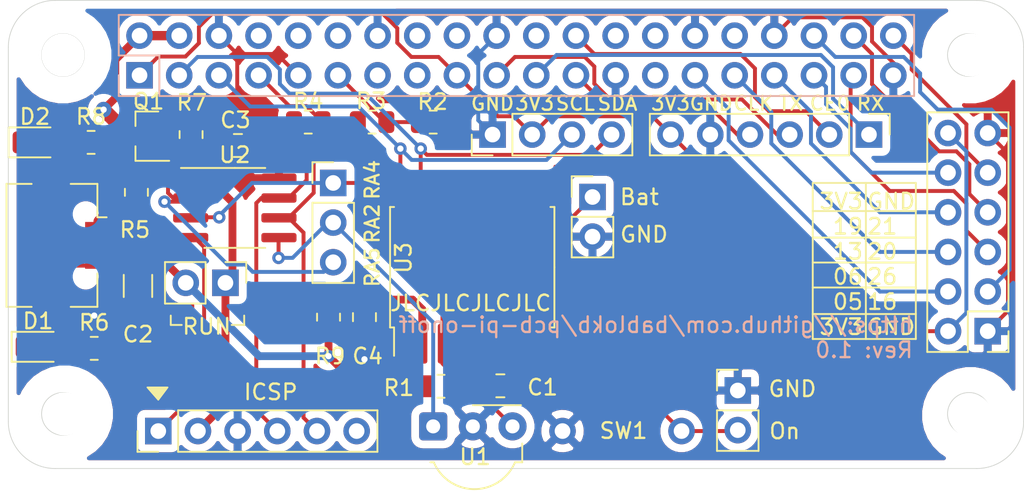
<source format=kicad_pcb>
(kicad_pcb (version 20171130) (host pcbnew 5.1.8-5.1.8)
  (title_block (title "Pi Battery Management") (date 2020-09-26) (rev 1) (company "Bernhard Bablok") (comment 1 https://github.com/bablokb/pcb-pi-batman))
  (layers (0 F.Cu signal) (31 B.Cu signal) (34 B.Paste user) (35 F.Paste user) (36 B.SilkS user) (37 F.SilkS user) (38 B.Mask user) (39 F.Mask user) (44 Edge.Cuts user))
  (net 0 "")
  (net 1 GND)
  (net 2 +3V3)
  (net 3 "/GPIO3(SCL1)")
  (net 4 +5V)
  (net 5 "/GPIO2(SDA1)")
  (net 6 "Net-(C1-Pad1)")
  (net 7 +5P)
  (net 8 +5VP)
  (net 9 /VCC)
  (net 10 "Net-(D1-Pad2)")
  (net 11 "Net-(D2-Pad2)")
  (net 12 "Net-(J3-Pad6)")
  (net 13 /CLK)
  (net 14 /DAT)
  (net 15 /MCLR)
  (net 16 "Net-(J4-Pad2)")
  (net 17 "Net-(J4-Pad3)")
  (net 18 "Net-(J4-Pad4)")
  (net 19 "Net-(J6-Pad3)")
  (net 20 /RA2)
  (net 21 /~INT)
  (net 22 /VBAT)
  (net 23 "Net-(Q1-Pad1)")
  (net 24 /~RST)
  (net 25 "Net-(U3-Pad1)")
  (net 26 "Net-(J1-Pad12)")
  (net 27 "Net-(J1-Pad32)")
  (net 28 "Net-(J1-Pad28)")
  (net 29 "Net-(J1-Pad27)")
  (net 30 "Net-(J1-Pad26)")
  (net 31 "Net-(J1-Pad22)")
  (net 32 "Net-(J1-Pad18)")
  (net 33 "Net-(J1-Pad16)")
  (net 34 "Net-(J1-Pad15)")
  (net 35 "Net-(J1-Pad13)")
  (net 36 "Net-(J1-Pad10)")
  (net 37 "Net-(J1-Pad8)")
  (net 38 /GPIO17)
  (net 39 /GPIO4)
  (net 40 "/GPIO8(SPI-CE0)")
  (net 41 "/GPIO11(SPI-CLK)")
  (net 42 "/GPIO9(SPI-RX)")
  (net 43 "/GPIO10(SPI-TX)")
  (net 44 /GPIO21)
  (net 45 /GPIO20)
  (net 46 /GPIO26)
  (net 47 /GPIO16)
  (net 48 /GPIO19)
  (net 49 /GPIO13)
  (net 50 /GPIO6)
  (net 51 /GPIO5)
  (module Capacitor_SMD:C_0805_2012Metric (layer F.Cu) (at 81.5 73.7)
    (fp_text reference C1 (at 2.7 0.1) (layer F.SilkS))
    (fp_text value 100nF)
    (pad 2 smd roundrect (at 0.95 0) (size 1 1.45) (layers F.Cu F.Paste F.Mask) (net 1 GND))
    (pad 1 smd roundrect (at -0.95 0) (size 1 1.45) (layers F.Cu F.Paste F.Mask) (net 6 "Net-(C1-Pad1)"))
  )
  (module user:SOIC-16W_7.5x10.3mm_P1.27mm_HandSolder (layer F.Cu) (at 79.7 66.1 90)
    (fp_text reference U3 (at 0.6 -4.4 90) (layer F.SilkS))
    (fp_text value DS3231M)
    (pad 16 smd roundrect (at 4.9 -4.445 90) (size 2.55 0.6) (layers F.Cu F.Paste F.Mask) (net 3 "/GPIO3(SCL1)"))
    (pad 15 smd roundrect (at 4.9 -3.175 90) (size 2.55 0.6) (layers F.Cu F.Paste F.Mask) (net 5 "/GPIO2(SDA1)"))
    (pad 14 smd roundrect (at 4.9 -1.905 90) (size 2.55 0.6) (layers F.Cu F.Paste F.Mask) (net 22 /VBAT))
    (pad 13 smd roundrect (at 4.9 -0.635 90) (size 2.55 0.6) (layers F.Cu F.Paste F.Mask) (net 1 GND))
    (pad 12 smd roundrect (at 4.9 0.635 90) (size 2.55 0.6) (layers F.Cu F.Paste F.Mask) (net 1 GND))
    (pad 11 smd roundrect (at 4.9 1.905 90) (size 2.55 0.6) (layers F.Cu F.Paste F.Mask) (net 1 GND))
    (pad 10 smd roundrect (at 4.9 3.175 90) (size 2.55 0.6) (layers F.Cu F.Paste F.Mask) (net 1 GND))
    (pad 9 smd roundrect (at 4.9 4.445 90) (size 2.55 0.6) (layers F.Cu F.Paste F.Mask) (net 1 GND))
    (pad 8 smd roundrect (at -4.9 4.445 90) (size 2.55 0.6) (layers F.Cu F.Paste F.Mask) (net 1 GND))
    (pad 7 smd roundrect (at -4.9 3.175 90) (size 2.55 0.6) (layers F.Cu F.Paste F.Mask) (net 1 GND))
    (pad 6 smd roundrect (at -4.9 1.905 90) (size 2.55 0.6) (layers F.Cu F.Paste F.Mask) (net 1 GND))
    (pad 5 smd roundrect (at -4.9 0.635 90) (size 2.55 0.6) (layers F.Cu F.Paste F.Mask) (net 1 GND))
    (pad 4 smd roundrect (at -4.9 -0.635 90) (size 2.55 0.6) (layers F.Cu F.Paste F.Mask) (net 24 /~RST))
    (pad 3 smd roundrect (at -4.9 -1.905 90) (size 2.55 0.6) (layers F.Cu F.Paste F.Mask) (net 21 /~INT))
    (pad 2 smd roundrect (at -4.9 -3.175 90) (size 2.55 0.6) (layers F.Cu F.Paste F.Mask) (net 9 /VCC))
    (pad 1 smd roundrect (at -4.9 -4.445 90) (size 2.55 0.6) (layers F.Cu F.Paste F.Mask) (net 25 "Net-(U3-Pad1)"))
  )
  (module user:SO-8_3.9x4.9mm_P1.27mm_HandSolder (layer F.Cu) (at 64.5 62.3)
    (fp_text reference U2 (at 0 -3.4) (layer F.SilkS))
    (fp_text value PIC12F1840)
    (pad 8 smd roundrect (at 2.825 -1.905) (size 2.25 0.6) (layers F.Cu F.Paste F.Mask) (net 1 GND))
    (pad 7 smd roundrect (at 2.825 -0.635) (size 2.25 0.6) (layers F.Cu F.Paste F.Mask) (net 14 /DAT))
    (pad 6 smd roundrect (at 2.825 0.635) (size 2.25 0.6) (layers F.Cu F.Paste F.Mask) (net 13 /CLK))
    (pad 5 smd roundrect (at 2.825 1.905) (size 2.25 0.6) (layers F.Cu F.Paste F.Mask) (net 20 /RA2))
    (pad 4 smd roundrect (at -2.825 1.905) (size 2.25 0.6) (layers F.Cu F.Paste F.Mask) (net 15 /MCLR))
    (pad 3 smd roundrect (at -2.825 0.635) (size 2.25 0.6) (layers F.Cu F.Paste F.Mask) (net 21 /~INT))
    (pad 2 smd roundrect (at -2.825 -0.635) (size 2.25 0.6) (layers F.Cu F.Paste F.Mask) (net 19 "Net-(J6-Pad3)"))
    (pad 1 smd roundrect (at -2.825 -1.92024) (size 2.25 0.6) (layers F.Cu F.Paste F.Mask) (net 8 +5VP))
  )
  (module Connector_PinHeader_2.54mm:PinHeader_2x06_P2.54mm_Vertical (layer F.Cu) (at 112.7 70.2 180)
    (fp_text reference J10 hide)
    (fp_text value Conn_02x06_GPIO)
    (pad 12 thru_hole oval (at 2.54 12.7 180) (size 1.7 1.7) (drill 1) (layers *.Cu *.Mask) (net 2 +3V3))
    (pad 11 thru_hole oval (at 0 12.7 180) (size 1.7 1.7) (drill 1) (layers *.Cu *.Mask) (net 1 GND))
    (pad 10 thru_hole oval (at 2.54 10.16 180) (size 1.7 1.7) (drill 1) (layers *.Cu *.Mask) (net 48 /GPIO19))
    (pad 9 thru_hole oval (at 0 10.16 180) (size 1.7 1.7) (drill 1) (layers *.Cu *.Mask) (net 44 /GPIO21))
    (pad 8 thru_hole oval (at 2.54 7.62 180) (size 1.7 1.7) (drill 1) (layers *.Cu *.Mask) (net 49 /GPIO13))
    (pad 7 thru_hole oval (at 0 7.62 180) (size 1.7 1.7) (drill 1) (layers *.Cu *.Mask) (net 45 /GPIO20))
    (pad 6 thru_hole oval (at 2.54 5.08 180) (size 1.7 1.7) (drill 1) (layers *.Cu *.Mask) (net 50 /GPIO6))
    (pad 5 thru_hole oval (at 0 5.08 180) (size 1.7 1.7) (drill 1) (layers *.Cu *.Mask) (net 46 /GPIO26))
    (pad 4 thru_hole oval (at 2.54 2.54 180) (size 1.7 1.7) (drill 1) (layers *.Cu *.Mask) (net 51 /GPIO5))
    (pad 3 thru_hole oval (at 0 2.54 180) (size 1.7 1.7) (drill 1) (layers *.Cu *.Mask) (net 47 /GPIO16))
    (pad 2 thru_hole oval (at 2.54 0 180) (size 1.7 1.7) (drill 1) (layers *.Cu *.Mask) (net 2 +3V3))
    (pad 1 thru_hole rect (at 0 0 180) (size 1.7 1.7) (drill 1) (layers *.Cu *.Mask) (net 1 GND))
  )
  (module Connector_PinHeader_2.54mm:PinHeader_1x06_P2.54mm_Vertical (layer F.Cu) (at 105.1 57.6 270)
    (fp_text reference J9 hide)
    (fp_text value Conn_01x06_SPI)
    (pad 6 thru_hole oval (at 0 12.7 270) (size 1.7 1.7) (drill 1) (layers *.Cu *.Mask) (net 2 +3V3))
    (pad 5 thru_hole oval (at 0 10.16 270) (size 1.7 1.7) (drill 1) (layers *.Cu *.Mask) (net 1 GND))
    (pad 4 thru_hole oval (at 0 7.62 270) (size 1.7 1.7) (drill 1) (layers *.Cu *.Mask) (net 41 "/GPIO11(SPI-CLK)"))
    (pad 3 thru_hole oval (at 0 5.08 270) (size 1.7 1.7) (drill 1) (layers *.Cu *.Mask) (net 43 "/GPIO10(SPI-TX)"))
    (pad 2 thru_hole oval (at 0 2.54 270) (size 1.7 1.7) (drill 1) (layers *.Cu *.Mask) (net 40 "/GPIO8(SPI-CE0)"))
    (pad 1 thru_hole rect (at 0 0 270) (size 1.7 1.7) (drill 1) (layers *.Cu *.Mask) (net 42 "/GPIO9(SPI-RX)"))
  )
  (module Connector_PinHeader_2.54mm:PinHeader_1x04_P2.54mm_Vertical (layer F.Cu) (at 81 57.6 90)
    (fp_text reference J2 hide)
    (fp_text value Conn_01x04_I2C)
    (pad 4 thru_hole oval (at 0 7.62 90) (size 1.7 1.7) (drill 1) (layers *.Cu *.Mask) (net 5 "/GPIO2(SDA1)"))
    (pad 3 thru_hole oval (at 0 5.08 90) (size 1.7 1.7) (drill 1) (layers *.Cu *.Mask) (net 3 "/GPIO3(SCL1)"))
    (pad 2 thru_hole oval (at 0 2.54 90) (size 1.7 1.7) (drill 1) (layers *.Cu *.Mask) (net 2 +3V3))
    (pad 1 thru_hole rect (at 0 0 90) (size 1.7 1.7) (drill 1) (layers *.Cu *.Mask) (net 1 GND))
  )
  (module user:USB_Micro-B_JLCPCB_40942 (layer F.Cu) (at 54.2 64.7 270)
    (fp_text reference J4 hide)
    (fp_text value USB_B_Micro)
    (pad "" np_thru_hole circle (at 1.999 -0.756 270) (size 0.65 0.65) (drill 0.65) (layers *.Cu *.Mask) (clearance 0.01))
    (pad "" np_thru_hole circle (at -1.999 -0.756 270) (size 0.65 0.65) (drill 0.65) (layers *.Cu *.Mask) (clearance 0.01))
    (pad 1 smd rect (at -1.3 -1.392 270) (size 0.4 1.35) (layers F.Cu F.Paste F.Mask) (net 7 +5P) (clearance 0.051))
    (pad 2 smd rect (at -0.65 -1.392 270) (size 0.4 1.35) (layers F.Cu F.Paste F.Mask) (net 16 "Net-(J4-Pad2)"))
    (pad 3 smd rect (at 0 -1.392 270) (size 0.4 1.35) (layers F.Cu F.Paste F.Mask) (net 17 "Net-(J4-Pad3)"))
    (pad 4 smd rect (at 0.65 -1.392 270) (size 0.4 1.35) (layers F.Cu F.Paste F.Mask) (net 18 "Net-(J4-Pad4)"))
    (pad 5 smd rect (at 1.3 -1.392 270) (size 0.4 1.35) (layers F.Cu F.Paste F.Mask) (net 1 GND) (clearance 0.051))
    (pad 6 smd rect (at -3.95 1.392 270) (size 1.9 1.9) (layers F.Cu F.Paste F.Mask) (net 1 GND))
    (pad 6 smd rect (at 3.95 1.392 270) (size 1.9 1.9) (layers F.Cu F.Paste F.Mask) (net 1 GND))
    (pad 6 smd rect (at -1.3 1.392 270) (size 1.9 1.9) (layers F.Cu F.Paste F.Mask) (net 1 GND))
    (pad 6 smd rect (at 1.3 1.392 270) (size 1.9 1.9) (layers F.Cu F.Paste F.Mask) (net 1 GND))
  )
  (module Capacitor_SMD:C_1206_3216Metric (layer F.Cu) (at 58.3 67.3 270)
    (fp_text reference C2 (at 3.1 0 180) (layer F.SilkS))
    (fp_text value 47µF)
    (pad 2 smd roundrect (at 1.475 0 270) (size 1.15 1.8) (layers F.Cu F.Paste F.Mask) (roundrect_rratio 0.217391) (net 1 GND))
    (pad 1 smd roundrect (at -1.475 0 270) (size 1.15 1.8) (layers F.Cu F.Paste F.Mask) (roundrect_rratio 0.217391) (net 7 +5P))
  )
  (module OptoDevice:Vishay_MOLD-3Pin (layer F.Cu) (at 77.2 76.3)
    (fp_text reference U1 (at 2.683 1.9574 180) (layer F.SilkS))
    (fp_text value TSOP4838)
    (pad 3 thru_hole circle (at 5.08 0) (size 1.8 1.8) (drill 0.9) (layers *.Cu *.Mask) (net 6 "Net-(C1-Pad1)"))
    (pad 2 thru_hole circle (at 2.54 0) (size 1.8 1.8) (drill 0.9) (layers *.Cu *.Mask) (net 1 GND))
    (pad 1 thru_hole roundrect (at 0 0) (size 1.8 1.8) (drill 0.9) (layers *.Cu *.Mask) (roundrect_rratio 0.138) (net 20 /RA2))
  )
  (module user:SW_PUSH_SLIM_1x4 (layer F.Cu) (at 93.1 76.6 180)
    (fp_text reference SW1 (at 3.7174 0.019) (layer F.SilkS))
    (fp_text value SW_Push)
    (pad 2 thru_hole circle (at 7.62 0 180) (size 1.7 1.7) (drill 1) (layers *.Cu *.Mask) (net 1 GND))
    (pad 1 thru_hole circle (at 0 0 180) (size 1.7 1.7) (drill 1) (layers *.Cu *.Mask) (net 21 /~INT))
  )
  (module Resistor_SMD:R_0805_2012Metric (layer F.Cu) (at 70.5 69.3 270)
    (fp_text reference R9 (at 2.5 -0.1 180) (layer F.SilkS))
    (fp_text value 10k)
    (pad 2 smd roundrect (at 0.9125 0 270) (size 1.025 1.4) (layers F.Cu F.Paste F.Mask) (roundrect_rratio 0.243902) (net 7 +5P))
    (pad 1 smd roundrect (at -0.9125 0 270) (size 1.025 1.4) (layers F.Cu F.Paste F.Mask) (roundrect_rratio 0.243902) (net 9 /VCC))
  )
  (module Resistor_SMD:R_0805_2012Metric (layer F.Cu) (at 55.3 58.1)
    (fp_text reference R8 (at 0 -1.65) (layer F.SilkS))
    (fp_text value 1k)
    (pad 2 smd roundrect (at 0.9125 0) (size 1.025 1.4) (layers F.Cu F.Paste F.Mask) (roundrect_rratio 0.243902) (net 4 +5V))
    (pad 1 smd roundrect (at -0.9125 0) (size 1.025 1.4) (layers F.Cu F.Paste F.Mask) (roundrect_rratio 0.243902) (net 11 "Net-(D2-Pad2)"))
  )
  (module Resistor_SMD:R_0805_2012Metric (layer F.Cu) (at 61.7 57.6 90)
    (fp_text reference R7 (at 2.0502 0.0474 180) (layer F.SilkS))
    (fp_text value 1k)
    (pad 2 smd roundrect (at 0.9125 0 90) (size 1.025 1.4) (layers F.Cu F.Paste F.Mask) (roundrect_rratio 0.243902) (net 19 "Net-(J6-Pad3)"))
    (pad 1 smd roundrect (at -0.9125 0 90) (size 1.025 1.4) (layers F.Cu F.Paste F.Mask) (roundrect_rratio 0.243902) (net 23 "Net-(Q1-Pad1)"))
  )
  (module Resistor_SMD:R_0805_2012Metric (layer F.Cu) (at 55.5 71.3)
    (fp_text reference R6 (at 0 -1.65) (layer F.SilkS))
    (fp_text value 1k)
    (pad 2 smd roundrect (at 0.9125 0) (size 1.025 1.4) (layers F.Cu F.Paste F.Mask) (roundrect_rratio 0.243902) (net 7 +5P))
    (pad 1 smd roundrect (at -0.9125 0) (size 1.025 1.4) (layers F.Cu F.Paste F.Mask) (roundrect_rratio 0.243902) (net 10 "Net-(D1-Pad2)"))
  )
  (module Resistor_SMD:R_0805_2012Metric (layer F.Cu) (at 58.2 61.3 270)
    (fp_text reference R5 (at 2.4 0.1 180) (layer F.SilkS))
    (fp_text value 10k)
    (pad 2 smd roundrect (at 0.9125 0 270) (size 1.025 1.4) (layers F.Cu F.Paste F.Mask) (roundrect_rratio 0.243902) (net 23 "Net-(Q1-Pad1)"))
    (pad 1 smd roundrect (at -0.9125 0 270) (size 1.025 1.4) (layers F.Cu F.Paste F.Mask) (roundrect_rratio 0.243902) (net 7 +5P))
  )
  (module Resistor_SMD:R_0805_2012Metric (layer F.Cu) (at 69.2 56.8)
    (fp_text reference R4 (at 0 -1.3264) (layer F.SilkS))
    (fp_text value 1k)
    (pad 2 smd roundrect (at 0.9125 0) (size 1.025 1.4) (layers F.Cu F.Paste F.Mask) (roundrect_rratio 0.243902) (net 39 /GPIO4))
    (pad 1 smd roundrect (at -0.9125 0) (size 1.025 1.4) (layers F.Cu F.Paste F.Mask) (roundrect_rratio 0.243902) (net 14 /DAT))
  )
  (module Resistor_SMD:R_0805_2012Metric (layer F.Cu) (at 73.2875 56.8)
    (fp_text reference R3 (at -0.0593 -1.3518) (layer F.SilkS))
    (fp_text value 6.2k)
    (pad 2 smd roundrect (at 0.9125 0) (size 1.025 1.4) (layers F.Cu F.Paste F.Mask) (roundrect_rratio 0.243902) (net 38 /GPIO17))
    (pad 1 smd roundrect (at -0.9125 0) (size 1.025 1.4) (layers F.Cu F.Paste F.Mask) (roundrect_rratio 0.243902) (net 13 /CLK))
  )
  (module Resistor_SMD:R_0805_2012Metric (layer F.Cu) (at 77.2 56.8)
    (fp_text reference R2 (at -0.0348 -1.301) (layer F.SilkS))
    (fp_text value 12k)
    (pad 2 smd roundrect (at 0.9125 0) (size 1.025 1.4) (layers F.Cu F.Paste F.Mask) (roundrect_rratio 0.243902) (net 1 GND))
    (pad 1 smd roundrect (at -0.9125 0) (size 1.025 1.4) (layers F.Cu F.Paste F.Mask) (roundrect_rratio 0.243902) (net 38 /GPIO17))
  )
  (module Resistor_SMD:R_0805_2012Metric (layer F.Cu) (at 77.7 73.73)
    (fp_text reference R1 (at -2.7 0.1) (layer F.SilkS))
    (fp_text value 100)
    (pad 2 smd roundrect (at 0.9125 0) (size 1.025 1.4) (layers F.Cu F.Paste F.Mask) (roundrect_rratio 0.243902) (net 6 "Net-(C1-Pad1)"))
    (pad 1 smd roundrect (at -0.9125 0) (size 1.025 1.4) (layers F.Cu F.Paste F.Mask) (roundrect_rratio 0.243902) (net 7 +5P))
  )
  (module Package_TO_SOT_SMD:SOT-23 (layer F.Cu) (at 58.9 57.7 180)
    (fp_text reference Q1 (at -0.0788 2.2264) (layer F.SilkS))
    (fp_text value AO3401A)
    (pad 3 smd rect (at 1 0 180) (size 0.9 0.8) (layers F.Cu F.Paste F.Mask) (net 4 +5V))
    (pad 2 smd rect (at -1 0.95 180) (size 0.9 0.8) (layers F.Cu F.Paste F.Mask) (net 7 +5P))
    (pad 1 smd rect (at -1 -0.95 180) (size 0.9 0.8) (layers F.Cu F.Paste F.Mask) (net 23 "Net-(Q1-Pad1)"))
  )
  (module Connector_PinHeader_2.54mm:PinHeader_1x02_P2.54mm_Vertical (layer F.Cu) (at 87.4 61.6)
    (fp_text reference J8 hide)
    (fp_text value Conn_01x02_Bat)
    (pad 2 thru_hole oval (at 0 2.54) (size 1.7 1.7) (drill 1) (layers *.Cu *.Mask) (net 1 GND))
    (pad 1 thru_hole rect (at 0 0) (size 1.7 1.7) (drill 1) (layers *.Cu *.Mask) (net 22 /VBAT))
  )
  (module Connector_PinHeader_2.54mm:PinHeader_1x02_P2.54mm_Vertical (layer F.Cu) (at 96.7 74)
    (fp_text reference J7 hide)
    (fp_text value Conn_SW1)
    (pad 2 thru_hole oval (at 0 2.54) (size 1.7 1.7) (drill 1) (layers *.Cu *.Mask) (net 21 /~INT))
    (pad 1 thru_hole rect (at 0 0) (size 1.7 1.7) (drill 1) (layers *.Cu *.Mask) (net 1 GND))
  )
  (module Connector_PinHeader_2.54mm:PinHeader_1x03_P2.54mm_Vertical (layer F.Cu) (at 70.8 60.7)
    (fp_text reference J6 hide)
    (fp_text value Conn_01x03_Male)
    (pad 3 thru_hole oval (at 0 5.08) (size 1.7 1.7) (drill 1) (layers *.Cu *.Mask) (net 19 "Net-(J6-Pad3)"))
    (pad 2 thru_hole oval (at 0 2.54) (size 1.7 1.7) (drill 1) (layers *.Cu *.Mask) (net 20 /RA2))
    (pad 1 thru_hole rect (at 0 0) (size 1.7 1.7) (drill 1) (layers *.Cu *.Mask) (net 21 /~INT))
  )
  (module Connector_PinHeader_2.54mm:PinHeader_1x02_P2.54mm_Vertical (layer F.Cu) (at 63.9 67.1 270)
    (fp_text reference J5 hide)
    (fp_text value RUN/~PGM~)
    (pad 2 thru_hole oval (at 0 2.54 270) (size 1.7 1.7) (drill 1) (layers *.Cu *.Mask) (net 7 +5P))
    (pad 1 thru_hole rect (at 0 0 270) (size 1.7 1.7) (drill 1) (layers *.Cu *.Mask) (net 8 +5VP))
  )
  (module Connector_PinHeader_2.54mm:PinHeader_1x06_P2.54mm_Vertical (layer F.Cu) (at 59.6 76.6 90)
    (fp_text reference J3 hide)
    (fp_text value Conn_01x06_Male)
    (pad 6 thru_hole oval (at 0 12.7 90) (size 1.7 1.7) (drill 1) (layers *.Cu *.Mask) (net 12 "Net-(J3-Pad6)"))
    (pad 5 thru_hole oval (at 0 10.16 90) (size 1.7 1.7) (drill 1) (layers *.Cu *.Mask) (net 13 /CLK))
    (pad 4 thru_hole oval (at 0 7.62 90) (size 1.7 1.7) (drill 1) (layers *.Cu *.Mask) (net 14 /DAT))
    (pad 3 thru_hole oval (at 0 5.08 90) (size 1.7 1.7) (drill 1) (layers *.Cu *.Mask) (net 1 GND))
    (pad 2 thru_hole oval (at 0 2.54 90) (size 1.7 1.7) (drill 1) (layers *.Cu *.Mask) (net 8 +5VP))
    (pad 1 thru_hole rect (at 0 0 90) (size 1.7 1.7) (drill 1) (layers *.Cu *.Mask) (net 15 /MCLR))
  )
  (module LED_SMD:LED_0805_2012Metric (layer F.Cu) (at 51.7 58.1)
    (fp_text reference D2 (at 0 -1.65) (layer F.SilkS))
    (fp_text value "LED grün")
    (pad 2 smd roundrect (at 0.9375 0) (size 0.975 1.4) (layers F.Cu F.Paste F.Mask) (net 11 "Net-(D2-Pad2)"))
    (pad 1 smd roundrect (at -0.9375 0) (size 0.975 1.4) (layers F.Cu F.Paste F.Mask) (net 1 GND))
  )
  (module LED_SMD:LED_0805_2012Metric (layer F.Cu) (at 51.9 71.2)
    (fp_text reference D1 (at 0 -1.65) (layer F.SilkS))
    (fp_text value "LED Red")
    (pad 2 smd roundrect (at 0.9375 0) (size 0.975 1.4) (layers F.Cu F.Paste F.Mask) (net 10 "Net-(D1-Pad2)"))
    (pad 1 smd roundrect (at -0.9375 0) (size 0.975 1.4) (layers F.Cu F.Paste F.Mask) (net 1 GND))
  )
  (module Capacitor_SMD:C_0805_2012Metric (layer F.Cu) (at 72.8 69.3 270)
    (fp_text reference C4 (at 2.5 -0.2 180) (layer F.SilkS))
    (fp_text value 100nF)
    (pad 2 smd roundrect (at 0.95 0 270) (size 1 1.45) (layers F.Cu F.Paste F.Mask) (net 1 GND))
    (pad 1 smd roundrect (at -0.95 0 270) (size 1 1.45) (layers F.Cu F.Paste F.Mask) (net 9 /VCC))
  )
  (module Capacitor_SMD:C_0805_2012Metric (layer F.Cu) (at 64.7 58.3 180)
    (fp_text reference C3 (at 0.1586 1.6326) (layer F.SilkS))
    (fp_text value 100nF)
    (pad 2 smd roundrect (at 0.95 0 180) (size 1 1.45) (layers F.Cu F.Paste F.Mask) (net 8 +5VP))
    (pad 1 smd roundrect (at -0.95 0 180) (size 1 1.45) (layers F.Cu F.Paste F.Mask) (net 1 GND))
  )
  (module Connector_PinSocket_2.54mm:PinSocket_2x20_P2.54mm_Vertical (layer B.Cu) (at 58.4 53.8 270)
    (fp_text reference J1 hide)
    (fp_text value Conn_02x20_Odd_Even)
    (pad 40 thru_hole oval (at -2.54 -48.26 270) (size 1.7 1.7) (drill 1) (layers *.Cu *.Mask) (net 44 /GPIO21))
    (pad 39 thru_hole oval (at 0 -48.26 270) (size 1.7 1.7) (drill 1) (layers *.Cu *.Mask) (net 1 GND))
    (pad 38 thru_hole oval (at -2.54 -45.72 270) (size 1.7 1.7) (drill 1) (layers *.Cu *.Mask) (net 45 /GPIO20))
    (pad 37 thru_hole oval (at 0 -45.72 270) (size 1.7 1.7) (drill 1) (layers *.Cu *.Mask) (net 46 /GPIO26))
    (pad 36 thru_hole oval (at -2.54 -43.18 270) (size 1.7 1.7) (drill 1) (layers *.Cu *.Mask) (net 47 /GPIO16))
    (pad 35 thru_hole oval (at 0 -43.18 270) (size 1.7 1.7) (drill 1) (layers *.Cu *.Mask) (net 48 /GPIO19))
    (pad 34 thru_hole oval (at -2.54 -40.64 270) (size 1.7 1.7) (drill 1) (layers *.Cu *.Mask) (net 1 GND))
    (pad 33 thru_hole oval (at 0 -40.64 270) (size 1.7 1.7) (drill 1) (layers *.Cu *.Mask) (net 49 /GPIO13))
    (pad 32 thru_hole oval (at -2.54 -38.1 270) (size 1.7 1.7) (drill 1) (layers *.Cu *.Mask) (net 27 "Net-(J1-Pad32)"))
    (pad 31 thru_hole oval (at 0 -38.1 270) (size 1.7 1.7) (drill 1) (layers *.Cu *.Mask) (net 50 /GPIO6))
    (pad 30 thru_hole oval (at -2.54 -35.56 270) (size 1.7 1.7) (drill 1) (layers *.Cu *.Mask) (net 1 GND))
    (pad 29 thru_hole oval (at 0 -35.56 270) (size 1.7 1.7) (drill 1) (layers *.Cu *.Mask) (net 51 /GPIO5))
    (pad 28 thru_hole oval (at -2.54 -33.02 270) (size 1.7 1.7) (drill 1) (layers *.Cu *.Mask) (net 28 "Net-(J1-Pad28)"))
    (pad 27 thru_hole oval (at 0 -33.02 270) (size 1.7 1.7) (drill 1) (layers *.Cu *.Mask) (net 29 "Net-(J1-Pad27)"))
    (pad 26 thru_hole oval (at -2.54 -30.48 270) (size 1.7 1.7) (drill 1) (layers *.Cu *.Mask) (net 30 "Net-(J1-Pad26)"))
    (pad 25 thru_hole oval (at 0 -30.48 270) (size 1.7 1.7) (drill 1) (layers *.Cu *.Mask) (net 1 GND))
    (pad 24 thru_hole oval (at -2.54 -27.94 270) (size 1.7 1.7) (drill 1) (layers *.Cu *.Mask) (net 40 "/GPIO8(SPI-CE0)"))
    (pad 23 thru_hole oval (at 0 -27.94 270) (size 1.7 1.7) (drill 1) (layers *.Cu *.Mask) (net 41 "/GPIO11(SPI-CLK)"))
    (pad 22 thru_hole oval (at -2.54 -25.4 270) (size 1.7 1.7) (drill 1) (layers *.Cu *.Mask) (net 31 "Net-(J1-Pad22)"))
    (pad 21 thru_hole oval (at 0 -25.4 270) (size 1.7 1.7) (drill 1) (layers *.Cu *.Mask) (net 42 "/GPIO9(SPI-RX)"))
    (pad 20 thru_hole oval (at -2.54 -22.86 270) (size 1.7 1.7) (drill 1) (layers *.Cu *.Mask) (net 1 GND))
    (pad 19 thru_hole oval (at 0 -22.86 270) (size 1.7 1.7) (drill 1) (layers *.Cu *.Mask) (net 43 "/GPIO10(SPI-TX)"))
    (pad 18 thru_hole oval (at -2.54 -20.32 270) (size 1.7 1.7) (drill 1) (layers *.Cu *.Mask) (net 32 "Net-(J1-Pad18)"))
    (pad 17 thru_hole oval (at 0 -20.32 270) (size 1.7 1.7) (drill 1) (layers *.Cu *.Mask) (net 2 +3V3))
    (pad 16 thru_hole oval (at -2.54 -17.78 270) (size 1.7 1.7) (drill 1) (layers *.Cu *.Mask) (net 33 "Net-(J1-Pad16)"))
    (pad 15 thru_hole oval (at 0 -17.78 270) (size 1.7 1.7) (drill 1) (layers *.Cu *.Mask) (net 34 "Net-(J1-Pad15)"))
    (pad 14 thru_hole oval (at -2.54 -15.24 270) (size 1.7 1.7) (drill 1) (layers *.Cu *.Mask) (net 1 GND))
    (pad 13 thru_hole oval (at 0 -15.24 270) (size 1.7 1.7) (drill 1) (layers *.Cu *.Mask) (net 35 "Net-(J1-Pad13)"))
    (pad 12 thru_hole oval (at -2.54 -12.7 270) (size 1.7 1.7) (drill 1) (layers *.Cu *.Mask) (net 26 "Net-(J1-Pad12)"))
    (pad 11 thru_hole oval (at 0 -12.7 270) (size 1.7 1.7) (drill 1) (layers *.Cu *.Mask) (net 38 /GPIO17))
    (pad 10 thru_hole oval (at -2.54 -10.16 270) (size 1.7 1.7) (drill 1) (layers *.Cu *.Mask) (net 36 "Net-(J1-Pad10)"))
    (pad 9 thru_hole oval (at 0 -10.16 270) (size 1.7 1.7) (drill 1) (layers *.Cu *.Mask) (net 1 GND))
    (pad 8 thru_hole oval (at -2.54 -7.62 270) (size 1.7 1.7) (drill 1) (layers *.Cu *.Mask) (net 37 "Net-(J1-Pad8)"))
    (pad 7 thru_hole oval (at 0 -7.62 270) (size 1.7 1.7) (drill 1) (layers *.Cu *.Mask) (net 39 /GPIO4))
    (pad 6 thru_hole oval (at -2.54 -5.08 270) (size 1.7 1.7) (drill 1) (layers *.Cu *.Mask) (net 1 GND))
    (pad 5 thru_hole oval (at 0 -5.08 270) (size 1.7 1.7) (drill 1) (layers *.Cu *.Mask) (net 3 "/GPIO3(SCL1)"))
    (pad 4 thru_hole oval (at -2.54 -2.54 270) (size 1.7 1.7) (drill 1) (layers *.Cu *.Mask) (net 4 +5V))
    (pad 3 thru_hole oval (at 0 -2.54 270) (size 1.7 1.7) (drill 1) (layers *.Cu *.Mask) (net 5 "/GPIO2(SDA1)"))
    (pad 2 thru_hole oval (at -2.54 0 270) (size 1.7 1.7) (drill 1) (layers *.Cu *.Mask) (net 4 +5V))
    (pad 1 thru_hole rect (at 0 0 270) (size 1.7 1.7) (drill 1) (layers *.Cu *.Mask) (net 2 +3V3))
  )
  (module RPi_Hat:RPi_Hat_Mounting_Hole (layer F.Cu) (at 53.5 52.5)
    (fp_text reference "" hide)
    (fp_text value "" hide)
    (pad "" np_thru_hole circle (at 0 0) (size 2.75 2.75) (drill 2.75) (layers *.Cu *.Mask) (clearance 1.725))
  )
  (module RPi_Hat:RPi_Hat_Mounting_Hole (layer F.Cu) (at 53.6 75.5)
    (fp_text reference "" hide)
    (fp_text value "" hide)
    (pad "" np_thru_hole circle (at 0 0) (size 2.75 2.75) (drill 2.75) (layers *.Cu *.Mask) (clearance 1.725))
  )
  (module RPi_Hat:RPi_Hat_Mounting_Hole (layer F.Cu) (at 111.6 75.6)
    (fp_text reference "" hide)
    (fp_text value "" hide)
    (pad "" np_thru_hole circle (at 0 0) (size 2.75 2.75) (drill 2.75) (layers *.Cu *.Mask) (clearance 1.725))
  )
  (module RPi_Hat:RPi_Hat_Mounting_Hole (layer F.Cu) (at 111.6 52.5)
    (fp_text reference "" hide)
    (fp_text value "" hide)
    (pad "" np_thru_hole circle (at 0 0) (size 2.75 2.75) (drill 2.75) (layers *.Cu *.Mask) (clearance 1.725))
  )
  (gr_line (start 101.5 69.1) (end 108.1 69.1) (layer F.SilkS) (width 0.12))
  (gr_line (start 101.5 67.4) (end 108.1 67.4) (layer F.SilkS) (width 0.12))
  (gr_line (start 101.5 65.8) (end 108.1 65.8) (layer F.SilkS) (width 0.12))
  (gr_line (start 101.5 64.2) (end 108.1 64.2) (layer F.SilkS) (width 0.12))
  (gr_line (start 101.5 62.5) (end 108.1 62.5) (layer F.SilkS) (width 0.12))
  (gr_line (start 104.9 60.7) (end 104.9 70.7) (layer F.SilkS) (width 0.12))
  (gr_line (start 101.5 70.7) (end 101.5 60.7) (layer F.SilkS) (width 0.12))
  (gr_line (start 108.1 70.7) (end 101.5 70.7) (layer F.SilkS) (width 0.12))
  (gr_line (start 108.1 60.7) (end 108.1 70.7) (layer F.SilkS) (width 0.12))
  (gr_line (start 101.5 60.7) (end 108.1 60.7) (layer F.SilkS) (width 0.12))
  (gr_text "GND\n21\n20\n26\n16\nGND" (at 104.9 65.9) (layer F.SilkS) (effects (font (size 1 1)) (justify left)))
  (gr_text "3V3\n19\n13\n06\n05\n3V3" (at 104.8 65.9) (layer F.SilkS) (effects (font (size 1 1)) (justify right)))
  (gr_text CE0 (at 102.6 55.6) (layer F.SilkS) (effects (font (size 0.9 0.9))))
  (gr_text RX (at 105.2 55.6) (layer F.SilkS) (effects (font (size 0.9 0.9))))
  (gr_text TX (at 100.1 55.6) (layer F.SilkS) (effects (font (size 0.9 0.9))))
  (gr_text CLK (at 97.7 55.6) (layer F.SilkS) (effects (font (size 0.9 0.9))))
  (gr_text GND (at 95 55.6) (layer F.SilkS) (effects (font (size 0.9 0.9))))
  (gr_text 3V3 (at 92.4 55.6) (layer F.SilkS) (effects (font (size 0.9 0.9))))
  (gr_text SDA (at 89 55.6) (layer F.SilkS) (effects (font (size 0.9 0.9))))
  (gr_text SCL (at 86.3 55.6) (layer F.SilkS) (effects (font (size 0.9 0.9))))
  (gr_text 3V3 (at 83.7 55.6) (layer F.SilkS) (effects (font (size 0.9 0.9))))
  (gr_text GND (at 81 55.6) (layer F.SilkS) (effects (font (size 0.9 0.9))))
  (gr_text "https://github.com/bablokb/pcb-pi-onoff\nRev: 1.0" (at 108 70.6) (layer B.SilkS) (effects (font (size 1 1)) (justify left mirror)))
  (gr_text RA5 (at 73.3 66.1 90) (layer F.SilkS) (effects (font (size 0.9 0.9))))
  (gr_text RA2 (at 73.3 63.3 90) (layer F.SilkS) (effects (font (size 0.9 0.9))))
  (gr_text RA4 (at 73.3 60.5 90) (layer F.SilkS) (effects (font (size 0.9 0.9))))
  (gr_text GND (at 90.7 64) (layer F.SilkS) (effects (font (size 1 1))))
  (gr_text Bat (at 90.4 61.6) (layer F.SilkS) (effects (font (size 1 1))))
  (gr_text GND (at 100.2 73.9) (layer F.SilkS) (effects (font (size 1 1))))
  (gr_text On (at 99.7 76.6) (layer F.SilkS) (effects (font (size 1 1))))
  (gr_line (start 65.1 69.8) (end 65.1 69.2) (layer F.SilkS) (width 0.12))
  (gr_line (start 64.3 69.8) (end 65.1 69.8) (layer F.SilkS) (width 0.12))
  (gr_line (start 60.4 69.8) (end 60.4 69.2) (layer F.SilkS) (width 0.12))
  (gr_line (start 61.1 69.8) (end 60.4 69.8) (layer F.SilkS) (width 0.12))
  (gr_text RUN (at 62.7 69.9) (layer F.SilkS) (effects (font (size 1 1))))
  (gr_text ICSP (at 66.8 74.1) (layer F.SilkS) (effects (font (size 1 1))))
  (gr_poly (pts (xy 59.6 74.6) (xy 58.9 73.8) (xy 60.2 73.8)) (layer F.SilkS) (width 0.1))
  (gr_text JLCJLCJLCJLC (at 79.6 68.4) (layer F.SilkS) (effects (font (size 1 1))))
  (gr_circle (center 111.5 75.5) (end 111.47 76.87) (layer Edge.Cuts) (width 0.05))
  (gr_circle (center 111.5 52.5) (end 111.47 53.87) (layer Edge.Cuts) (width 0.05))
  (gr_circle (center 53.5 75.5) (end 53.47 76.87) (layer Edge.Cuts) (width 0.05))
  (gr_circle (center 53.5 52.5) (end 53.47 53.87) (layer Edge.Cuts) (width 0.05))
  (gr_arc (start 112 52) (end 115 52) (angle -90) (layer Edge.Cuts) (width 0.05))
  (gr_arc (start 112 76) (end 112 79) (angle -90) (layer Edge.Cuts) (width 0.05))
  (gr_arc (start 53 76) (end 50 76) (angle -90) (layer Edge.Cuts) (width 0.05))
  (gr_arc (start 53 52) (end 53 49) (angle -90) (layer Edge.Cuts) (width 0.05))
  (gr_line (start 50 76) (end 50 52) (layer Edge.Cuts) (width 0.05))
  (gr_line (start 112 79) (end 53 79) (layer Edge.Cuts) (width 0.05))
  (gr_line (start 115 52) (end 115 76) (layer Edge.Cuts) (width 0.05))
  (gr_line (start 53 49) (end 112 49) (layer Edge.Cuts) (width 0.05))
  (via (at 72.8 72) (size 0.8) (drill 0.4) (layers F.Cu B.Cu) (net 1))
  (segment (start 72.8 70.25) (end 72.8 72) (width 0.25) (layer F.Cu) (net 1))
  (via (at 55.5 69.2) (size 0.8) (drill 0.4) (layers F.Cu B.Cu) (net 1))
  (segment (start 64.655001 52.435001) (end 64.655001 55.444999) (width 0.25) (layer F.Cu) (net 1))
  (segment (start 63.48 51.26) (end 64.655001 52.435001) (width 0.25) (layer F.Cu) (net 1))
  (segment (start 67.195001 52.435001) (end 68.56 53.8) (width 0.25) (layer F.Cu) (net 1))
  (segment (start 64.655001 52.435001) (end 67.195001 52.435001) (width 0.25) (layer F.Cu) (net 1))
  (segment (start 55.592 66) (end 52.808 66) (width 0.25) (layer F.Cu) (net 1))
  (segment (start 80.084999 56.684999) (end 81 57.6) (width 0.25) (layer B.Cu) (net 1))
  (segment (start 80.084999 52.435001) (end 80.084999 56.684999) (width 0.25) (layer B.Cu) (net 1))
  (segment (start 81.26 51.26) (end 80.084999 52.435001) (width 0.25) (layer B.Cu) (net 1))
  (segment (start 114 68.9) (end 112.7 70.2) (width 0.25) (layer F.Cu) (net 1))
  (segment (start 114 58.8) (end 114 68.9) (width 0.25) (layer F.Cu) (net 1))
  (segment (start 112.7 57.5) (end 114 58.8) (width 0.25) (layer F.Cu) (net 1))
  (segment (start 104.684001 50.084999) (end 100.215001 50.084999) (width 0.25) (layer F.Cu) (net 1))
  (segment (start 100.215001 50.084999) (end 99.04 51.26) (width 0.25) (layer F.Cu) (net 1))
  (segment (start 105.295001 50.695999) (end 104.684001 50.084999) (width 0.25) (layer F.Cu) (net 1))
  (segment (start 105.295001 51.634003) (end 105.295001 50.695999) (width 0.25) (layer F.Cu) (net 1))
  (segment (start 106.66 52.999002) (end 105.295001 51.634003) (width 0.25) (layer F.Cu) (net 1))
  (segment (start 106.66 53.8) (end 106.66 52.999002) (width 0.25) (layer F.Cu) (net 1))
  (segment (start 59.6 52.6) (end 58.4 53.8) (width 0.25) (layer F.Cu) (net 2))
  (segment (start 62.2 50.7) (end 62.2 51.739002) (width 0.25) (layer F.Cu) (net 2))
  (segment (start 63.2 49.7) (end 62.2 50.7) (width 0.25) (layer F.Cu) (net 2))
  (segment (start 73.819002 49.7) (end 63.2 49.7) (width 0.25) (layer F.Cu) (net 2))
  (segment (start 74.9 50.780998) (end 73.819002 49.7) (width 0.25) (layer F.Cu) (net 2))
  (segment (start 74.9 51.719002) (end 74.9 50.780998) (width 0.25) (layer F.Cu) (net 2))
  (segment (start 75.805997 52.624999) (end 74.9 51.719002) (width 0.25) (layer F.Cu) (net 2))
  (segment (start 62.2 51.739002) (end 61.339002 52.6) (width 0.25) (layer F.Cu) (net 2))
  (segment (start 77.544999 52.624999) (end 75.805997 52.624999) (width 0.25) (layer F.Cu) (net 2))
  (segment (start 61.339002 52.6) (end 59.6 52.6) (width 0.25) (layer F.Cu) (net 2))
  (segment (start 78.72 53.8) (end 77.544999 52.624999) (width 0.25) (layer F.Cu) (net 2))
  (segment (start 81.344999 56.424999) (end 78.72 53.8) (width 0.25) (layer F.Cu) (net 2))
  (segment (start 82.364999 56.424999) (end 81.344999 56.424999) (width 0.25) (layer F.Cu) (net 2))
  (segment (start 83.54 57.6) (end 82.364999 56.424999) (width 0.25) (layer F.Cu) (net 2))
  (segment (start 91.224999 56.424999) (end 92.4 57.6) (width 0.25) (layer F.Cu) (net 2))
  (segment (start 84.715001 56.424999) (end 91.224999 56.424999) (width 0.25) (layer F.Cu) (net 2))
  (segment (start 83.54 57.6) (end 84.715001 56.424999) (width 0.25) (layer F.Cu) (net 2))
  (segment (start 105 70.2) (end 110.16 70.2) (width 0.25) (layer F.Cu) (net 2))
  (segment (start 92.4 57.6) (end 105 70.2) (width 0.25) (layer F.Cu) (net 2))
  (segment (start 111.335001 58.675001) (end 110.16 57.5) (width 0.25) (layer B.Cu) (net 2))
  (segment (start 111.335001 69.024999) (end 111.335001 58.675001) (width 0.25) (layer B.Cu) (net 2))
  (segment (start 110.16 70.2) (end 111.335001 69.024999) (width 0.25) (layer B.Cu) (net 2))
  (segment (start 63.48 53.8) (end 65.48 55.8) (width 0.25) (layer B.Cu) (net 3))
  (via (at 75.1 58.5) (size 0.8) (drill 0.4) (layers F.Cu B.Cu) (net 3))
  (segment (start 72.4 55.8) (end 75.1 58.5) (width 0.25) (layer B.Cu) (net 3))
  (segment (start 65.48 55.8) (end 72.4 55.8) (width 0.25) (layer B.Cu) (net 3))
  (segment (start 75.1 60.895) (end 75.255 61.05) (width 0.25) (layer F.Cu) (net 3))
  (segment (start 75.1 58.5) (end 75.1 60.895) (width 0.25) (layer F.Cu) (net 3))
  (segment (start 84.454999 59.225001) (end 86.08 57.6) (width 0.25) (layer B.Cu) (net 3))
  (segment (start 75.825001 59.225001) (end 84.454999 59.225001) (width 0.25) (layer B.Cu) (net 3))
  (segment (start 75.1 58.5) (end 75.825001 59.225001) (width 0.25) (layer B.Cu) (net 3))
  (segment (start 58.4 51.26) (end 60.94 51.26) (width 0.6) (layer F.Cu) (net 4))
  (via (at 56.1 56) (size 1) (drill 0.4) (layers F.Cu B.Cu) (net 4))
  (segment (start 56.1 56) (end 56.2 56) (width 0.5) (layer F.Cu) (net 4))
  (segment (start 57.5 58.1) (end 57.9 57.7) (width 0.25) (layer F.Cu) (net 4))
  (segment (start 56.2125 58.1) (end 57.5 58.1) (width 0.25) (layer F.Cu) (net 4))
  (segment (start 57.8 57.7) (end 56.1 56) (width 0.9) (layer F.Cu) (net 4))
  (segment (start 57.9 57.7) (end 57.8 57.7) (width 0.9) (layer F.Cu) (net 4))
  (segment (start 56.850001 52.809999) (end 58.4 51.26) (width 0.5) (layer F.Cu) (net 4))
  (segment (start 56.850001 55.249999) (end 56.850001 52.809999) (width 0.5) (layer F.Cu) (net 4))
  (segment (start 56.1 56) (end 56.850001 55.249999) (width 0.5) (layer F.Cu) (net 4))
  (via (at 76.4 58.5) (size 0.8) (drill 0.4) (layers F.Cu B.Cu) (net 5))
  (segment (start 72.875001 54.975001) (end 76.4 58.5) (width 0.25) (layer B.Cu) (net 5))
  (segment (start 67.995999 54.975001) (end 72.875001 54.975001) (width 0.25) (layer B.Cu) (net 5))
  (segment (start 67.384999 54.364001) (end 67.995999 54.975001) (width 0.25) (layer B.Cu) (net 5))
  (segment (start 67.384999 53.425997) (end 67.384999 54.364001) (width 0.25) (layer B.Cu) (net 5))
  (segment (start 66.584001 52.624999) (end 67.384999 53.425997) (width 0.25) (layer B.Cu) (net 5))
  (segment (start 62.115001 52.624999) (end 66.584001 52.624999) (width 0.25) (layer B.Cu) (net 5))
  (segment (start 60.94 53.8) (end 62.115001 52.624999) (width 0.25) (layer B.Cu) (net 5))
  (segment (start 76.4 60.925) (end 76.525 61.05) (width 0.25) (layer F.Cu) (net 5))
  (segment (start 76.4 58.5) (end 76.4 60.925) (width 0.25) (layer F.Cu) (net 5))
  (segment (start 87.320001 58.899999) (end 88.62 57.6) (width 0.25) (layer F.Cu) (net 5))
  (segment (start 76.799999 58.899999) (end 87.320001 58.899999) (width 0.25) (layer F.Cu) (net 5))
  (segment (start 76.4 58.5) (end 76.799999 58.899999) (width 0.25) (layer F.Cu) (net 5))
  (segment (start 80.55 74.57) (end 80.55 73.5) (width 0.25) (layer F.Cu) (net 6))
  (segment (start 82.28 76.3) (end 80.55 74.57) (width 0.25) (layer F.Cu) (net 6))
  (segment (start 80.5375 73.7) (end 78.6 73.7) (width 0.25) (layer F.Cu) (net 6))
  (segment (start 57 69.575) (end 57 66.16319) (width 0.25) (layer F.Cu) (net 7))
  (segment (start 57 70.5125) (end 56.4125 71.1) (width 0.25) (layer F.Cu) (net 7))
  (segment (start 57 69.575) (end 57 70.5125) (width 0.25) (layer F.Cu) (net 7))
  (via (at 70.5 71.8) (size 0.8) (drill 0.4) (layers F.Cu B.Cu) (net 7))
  (segment (start 66.06 71.8) (end 70.5 71.8) (width 0.5) (layer B.Cu) (net 7))
  (segment (start 61.36 67.1) (end 66.06 71.8) (width 0.5) (layer B.Cu) (net 7))
  (segment (start 70.5 71.8) (end 70.5 70.2125) (width 0.5) (layer F.Cu) (net 7))
  (segment (start 72.2 73.5) (end 76.7875 73.5) (width 0.5) (layer F.Cu) (net 7))
  (segment (start 70.5 71.8) (end 72.2 73.5) (width 0.5) (layer F.Cu) (net 7))
  (segment (start 57.96181 66.16319) (end 58.3 65.825) (width 0.5) (layer F.Cu) (net 7))
  (segment (start 60.085 65.825) (end 61.36 67.1) (width 0.5) (layer F.Cu) (net 7))
  (segment (start 58.3 65.825) (end 60.085 65.825) (width 0.5) (layer F.Cu) (net 7))
  (segment (start 58.3 65.825) (end 57.225 65.825) (width 0.6) (layer F.Cu) (net 7))
  (segment (start 57 66.05) (end 57.225 65.825) (width 0.25) (layer F.Cu) (net 7))
  (segment (start 57 66.16319) (end 57 66.05) (width 0.25) (layer F.Cu) (net 7))
  (segment (start 57.5 60.3875) (end 56.4 61.4875) (width 0.9) (layer F.Cu) (net 7))
  (segment (start 58.2 60.3875) (end 57.5 60.3875) (width 0.9) (layer F.Cu) (net 7))
  (segment (start 56.4 62.700002) (end 55.900003 63.199999) (width 0.9) (layer F.Cu) (net 7))
  (segment (start 56.4 61.4875) (end 56.4 62.700002) (width 0.9) (layer F.Cu) (net 7))
  (segment (start 56.787001 63.199999) (end 55.900003 63.199999) (width 0.9) (layer F.Cu) (net 7))
  (segment (start 58.3 64.712998) (end 56.787001 63.199999) (width 0.9) (layer F.Cu) (net 7))
  (segment (start 58.3 65.825) (end 58.3 64.712998) (width 0.9) (layer F.Cu) (net 7))
  (segment (start 58.9 57.75) (end 59.9 56.75) (width 0.7) (layer F.Cu) (net 7))
  (segment (start 58.9 59.6875) (end 58.9 57.75) (width 0.7) (layer F.Cu) (net 7))
  (segment (start 58.2 60.3875) (end 58.9 59.6875) (width 0.7) (layer F.Cu) (net 7))
  (segment (start 63.9 74.84) (end 62.14 76.6) (width 0.5) (layer F.Cu) (net 8))
  (segment (start 63.9 67.1) (end 63.9 74.84) (width 0.5) (layer F.Cu) (net 8))
  (segment (start 63.75 58.5) (end 63.75 58.57) (width 0.5) (layer F.Cu) (net 8))
  (segment (start 63.75 59.445) (end 63.75 58.3) (width 0.5) (layer F.Cu) (net 8))
  (segment (start 62.8 60.395) (end 63.75 59.445) (width 0.5) (layer F.Cu) (net 8))
  (segment (start 64.350001 66.649999) (end 63.9 67.1) (width 0.5) (layer F.Cu) (net 8))
  (segment (start 64.350001 61.945001) (end 64.350001 66.649999) (width 0.5) (layer F.Cu) (net 8))
  (segment (start 62.8 60.395) (end 64.350001 61.945001) (width 0.5) (layer F.Cu) (net 8))
  (segment (start 61.925 60.395) (end 62.8 60.395) (width 0.5) (layer F.Cu) (net 8))
  (segment (start 70.5375 68.35) (end 70.5 68.3875) (width 0.5) (layer F.Cu) (net 9))
  (segment (start 72.8 68.35) (end 70.5375 68.35) (width 0.5) (layer F.Cu) (net 9))
  (segment (start 76.5 70.975) (end 76.525 71) (width 0.5) (layer F.Cu) (net 9))
  (segment (start 75.87499 68.17499) (end 76.5 68.8) (width 0.5) (layer F.Cu) (net 9))
  (segment (start 76.5 68.8) (end 76.5 70.975) (width 0.5) (layer F.Cu) (net 9))
  (segment (start 72.97501 68.17499) (end 75.87499 68.17499) (width 0.5) (layer F.Cu) (net 9))
  (segment (start 72.8 68.35) (end 72.97501 68.17499) (width 0.5) (layer F.Cu) (net 9))
  (segment (start 54.5875 71.1) (end 52.9375 71.1) (width 0.25) (layer F.Cu) (net 10))
  (segment (start 54.3875 58.1) (end 52.6375 58.1) (width 0.25) (layer F.Cu) (net 11))
  (segment (start 67.95 62.935) (end 67.075 62.935) (width 0.25) (layer F.Cu) (net 13))
  (segment (start 67.95 62.935) (end 69.550011 61.334989) (width 0.25) (layer F.Cu) (net 13))
  (segment (start 69.550011 61.334989) (end 69.550011 59.112489) (width 0.25) (layer F.Cu) (net 13))
  (segment (start 69.550011 59.112489) (end 71.8625 56.8) (width 0.25) (layer F.Cu) (net 13))
  (segment (start 71.8625 56.8) (end 72.375 56.8) (width 0.25) (layer F.Cu) (net 13))
  (segment (start 68.9 75.74) (end 69.76 76.6) (width 0.25) (layer F.Cu) (net 13))
  (segment (start 68.9 63.885) (end 68.9 75.74) (width 0.25) (layer F.Cu) (net 13))
  (segment (start 67.95 62.935) (end 68.9 63.885) (width 0.25) (layer F.Cu) (net 13))
  (segment (start 67.95 61.665) (end 69.1 60.515) (width 0.25) (layer F.Cu) (net 14))
  (segment (start 66.2 61.665) (end 67.95 61.665) (width 0.25) (layer F.Cu) (net 14))
  (segment (start 69.1 60.515) (end 69.1 57.6125) (width 0.25) (layer F.Cu) (net 14))
  (segment (start 65.87499 61.99001) (end 66.2 61.665) (width 0.25) (layer F.Cu) (net 14))
  (segment (start 67.22 76.6) (end 65.87499 75.25499) (width 0.25) (layer F.Cu) (net 14))
  (segment (start 69.1 57.6125) (end 68.2875 56.8) (width 0.25) (layer F.Cu) (net 14))
  (segment (start 65.87499 75.25499) (end 65.87499 61.99001) (width 0.25) (layer F.Cu) (net 14))
  (segment (start 62.535001 64.815001) (end 62.535001 73.664999) (width 0.25) (layer F.Cu) (net 15))
  (segment (start 62.535001 73.664999) (end 59.6 76.6) (width 0.25) (layer F.Cu) (net 15))
  (segment (start 61.925 64.205) (end 62.535001 64.815001) (width 0.25) (layer F.Cu) (net 15))
  (via (at 60 61.9) (size 0.8) (drill 0.4) (layers F.Cu B.Cu) (net 19))
  (segment (start 60 61.9) (end 61.69 61.9) (width 0.25) (layer F.Cu) (net 19))
  (segment (start 64.024999 65.924999) (end 60 61.9) (width 0.25) (layer B.Cu) (net 19))
  (segment (start 70.18 66.4) (end 65.650002 66.4) (width 0.25) (layer B.Cu) (net 19))
  (segment (start 70.8 65.78) (end 70.18 66.4) (width 0.25) (layer B.Cu) (net 19))
  (segment (start 65.175001 65.924999) (end 64.675001 65.924999) (width 0.25) (layer B.Cu) (net 19))
  (segment (start 65.650002 66.4) (end 65.175001 65.924999) (width 0.25) (layer B.Cu) (net 19))
  (segment (start 64.675001 65.924999) (end 64.024999 65.924999) (width 0.25) (layer B.Cu) (net 19))
  (segment (start 65.010001 65.924999) (end 64.675001 65.924999) (width 0.25) (layer B.Cu) (net 19))
  (segment (start 60.55 61.665) (end 61.675 61.665) (width 0.25) (layer F.Cu) (net 19))
  (segment (start 60.22499 61.33999) (end 60.55 61.665) (width 0.25) (layer F.Cu) (net 19))
  (segment (start 60.22499 60.033002) (end 60.22499 61.33999) (width 0.25) (layer F.Cu) (net 19))
  (segment (start 60.557992 59.7) (end 60.22499 60.033002) (width 0.25) (layer F.Cu) (net 19))
  (segment (start 62.03819 59.7) (end 60.557992 59.7) (width 0.25) (layer F.Cu) (net 19))
  (segment (start 62.72501 59.01318) (end 62.03819 59.7) (width 0.25) (layer F.Cu) (net 19))
  (segment (start 62.72501 57.71251) (end 62.72501 59.01318) (width 0.25) (layer F.Cu) (net 19))
  (segment (start 61.7 56.6875) (end 62.72501 57.71251) (width 0.25) (layer F.Cu) (net 19))
  (via (at 67.3 65.5) (size 0.8) (drill 0.4) (layers F.Cu B.Cu) (net 20))
  (segment (start 67.3 64.43) (end 67.075 64.205) (width 0.25) (layer F.Cu) (net 20))
  (segment (start 67.3 65.5) (end 67.3 64.43) (width 0.25) (layer F.Cu) (net 20))
  (segment (start 77.2 69.64) (end 77.2 76.3) (width 0.25) (layer B.Cu) (net 20))
  (segment (start 70.8 63.24) (end 77.2 69.64) (width 0.25) (layer B.Cu) (net 20))
  (segment (start 68.2 65.5) (end 67.3 65.5) (width 0.25) (layer B.Cu) (net 20))
  (segment (start 70.46 63.24) (end 68.2 65.5) (width 0.25) (layer B.Cu) (net 20))
  (segment (start 70.8 63.24) (end 70.46 63.24) (width 0.25) (layer B.Cu) (net 20))
  (via (at 63.5 62.9) (size 0.8) (drill 0.4) (layers F.Cu B.Cu) (net 21))
  (segment (start 61.96 62.9) (end 61.925 62.935) (width 0.25) (layer F.Cu) (net 21))
  (segment (start 63.5 62.9) (end 61.96 62.9) (width 0.25) (layer F.Cu) (net 21))
  (segment (start 65.6 60.7) (end 63.5 62.8) (width 0.25) (layer B.Cu) (net 21))
  (segment (start 63.5 62.8) (end 63.5 62.9) (width 0.25) (layer B.Cu) (net 21))
  (segment (start 70.8 60.7) (end 65.6 60.7) (width 0.25) (layer B.Cu) (net 21))
  (segment (start 96.64 76.6) (end 96.7 76.54) (width 0.25) (layer F.Cu) (net 21))
  (segment (start 93.1 76.6) (end 96.64 76.6) (width 0.25) (layer F.Cu) (net 21))
  (segment (start 89.14999 72.64999) (end 93.1 76.6) (width 0.25) (layer F.Cu) (net 21))
  (segment (start 78.16999 72.64999) (end 89.14999 72.64999) (width 0.25) (layer F.Cu) (net 21))
  (segment (start 77.795 72.275) (end 78.16999 72.64999) (width 0.25) (layer F.Cu) (net 21))
  (segment (start 77.795 71) (end 77.795 72.275) (width 0.25) (layer F.Cu) (net 21))
  (segment (start 72.8 60.7) (end 70.8 60.7) (width 0.25) (layer F.Cu) (net 21))
  (segment (start 77.795 65.695) (end 72.8 60.7) (width 0.25) (layer F.Cu) (net 21))
  (segment (start 77.795 71.495) (end 77.795 65.695) (width 0.25) (layer F.Cu) (net 21))
  (segment (start 85.9 63.1) (end 87.4 61.6) (width 0.25) (layer F.Cu) (net 22))
  (segment (start 78.82 63.1) (end 85.9 63.1) (width 0.25) (layer F.Cu) (net 22))
  (segment (start 77.795 62.075) (end 78.82 63.1) (width 0.25) (layer F.Cu) (net 22))
  (segment (start 77.795 61.05) (end 77.795 62.075) (width 0.25) (layer F.Cu) (net 22))
  (segment (start 58.46251 61.94999) (end 58.46251 62.2125) (width 0.25) (layer F.Cu) (net 23))
  (segment (start 59.9375 58.5125) (end 59.7 58.75) (width 0.25) (layer F.Cu) (net 23))
  (segment (start 61.7 58.5125) (end 59.9375 58.5125) (width 0.25) (layer F.Cu) (net 23))
  (segment (start 59.22501 61.18749) (end 58.2 62.2125) (width 0.25) (layer F.Cu) (net 23))
  (segment (start 59.22501 60.317098) (end 59.22501 61.18749) (width 0.25) (layer F.Cu) (net 23))
  (segment (start 59.9 59.642108) (end 59.22501 60.317098) (width 0.25) (layer F.Cu) (net 23))
  (segment (start 59.9 58.65) (end 59.9 59.642108) (width 0.25) (layer F.Cu) (net 23))
  (segment (start 74.2 56.8) (end 76.2875 56.8) (width 0.25) (layer F.Cu) (net 38))
  (segment (start 74.1 56.8) (end 71.1 53.8) (width 0.25) (layer F.Cu) (net 38))
  (segment (start 74.2 56.8) (end 74.1 56.8) (width 0.25) (layer F.Cu) (net 38))
  (segment (start 67.99499 55.77499) (end 66.02 53.8) (width 0.25) (layer F.Cu) (net 39))
  (segment (start 69.08749 55.77499) (end 67.99499 55.77499) (width 0.25) (layer F.Cu) (net 39))
  (segment (start 70.1125 56.8) (end 69.08749 55.77499) (width 0.25) (layer F.Cu) (net 39))
  (segment (start 96.874003 52.435001) (end 87.515001 52.435001) (width 0.25) (layer F.Cu) (net 40))
  (segment (start 87.515001 52.435001) (end 86.34 51.26) (width 0.25) (layer F.Cu) (net 40))
  (segment (start 97.8 53.360998) (end 96.874003 52.435001) (width 0.25) (layer F.Cu) (net 40))
  (segment (start 97.8 55.2) (end 97.8 53.360998) (width 0.25) (layer F.Cu) (net 40))
  (segment (start 98.7 56.1) (end 97.8 55.2) (width 0.25) (layer F.Cu) (net 40))
  (segment (start 101.06 56.1) (end 98.7 56.1) (width 0.25) (layer F.Cu) (net 40))
  (segment (start 102.56 57.6) (end 101.06 56.1) (width 0.25) (layer F.Cu) (net 40))
  (segment (start 96.679002 57.6) (end 94.879002 55.8) (width 0.25) (layer F.Cu) (net 41))
  (segment (start 97.48 57.6) (end 96.679002 57.6) (width 0.25) (layer F.Cu) (net 41))
  (segment (start 88.34 55.8) (end 86.34 53.8) (width 0.25) (layer F.Cu) (net 41))
  (segment (start 94.879002 55.8) (end 88.34 55.8) (width 0.25) (layer F.Cu) (net 41))
  (segment (start 83.8 53.8) (end 85.1 52.5) (width 0.25) (layer B.Cu) (net 42))
  (segment (start 85.1 52.5) (end 102.019002 52.5) (width 0.25) (layer B.Cu) (net 42))
  (segment (start 102.8 55.3) (end 105.1 57.6) (width 0.25) (layer B.Cu) (net 42))
  (segment (start 102.019002 52.5) (end 102.8 53.280998) (width 0.25) (layer B.Cu) (net 42))
  (segment (start 102.8 53.280998) (end 102.8 55.3) (width 0.25) (layer B.Cu) (net 42))
  (segment (start 82.435001 52.624999) (end 81.26 53.8) (width 0.25) (layer F.Cu) (net 43))
  (segment (start 86.904001 52.624999) (end 82.435001 52.624999) (width 0.25) (layer F.Cu) (net 43))
  (segment (start 87.515001 53.235999) (end 86.904001 52.624999) (width 0.25) (layer F.Cu) (net 43))
  (segment (start 87.515001 54.338591) (end 87.515001 53.235999) (width 0.25) (layer F.Cu) (net 43))
  (segment (start 88.5264 55.34999) (end 87.515001 54.338591) (width 0.25) (layer F.Cu) (net 43))
  (segment (start 96.968992 55.34999) (end 88.5264 55.34999) (width 0.25) (layer F.Cu) (net 43))
  (segment (start 99.219002 57.6) (end 96.968992 55.34999) (width 0.25) (layer F.Cu) (net 43))
  (segment (start 100.02 57.6) (end 99.219002 57.6) (width 0.25) (layer F.Cu) (net 43))
  (segment (start 107.835001 53.435999) (end 107.835001 52.435001) (width 0.25) (layer F.Cu) (net 44))
  (segment (start 107.835001 52.435001) (end 106.66 51.26) (width 0.25) (layer F.Cu) (net 44))
  (segment (start 111.335001 56.935999) (end 107.835001 53.435999) (width 0.25) (layer F.Cu) (net 44))
  (segment (start 111.335001 58.675001) (end 111.335001 56.935999) (width 0.25) (layer F.Cu) (net 44))
  (segment (start 112.7 60.04) (end 111.335001 58.675001) (width 0.25) (layer F.Cu) (net 44))
  (segment (start 105.295001 54.374003) (end 105.295001 52.435001) (width 0.25) (layer F.Cu) (net 45))
  (segment (start 109.595999 58.675001) (end 105.295001 54.374003) (width 0.25) (layer F.Cu) (net 45))
  (segment (start 110.698591 58.675001) (end 109.595999 58.675001) (width 0.25) (layer F.Cu) (net 45))
  (segment (start 105.295001 52.435001) (end 104.12 51.26) (width 0.25) (layer F.Cu) (net 45))
  (segment (start 111.524999 59.501409) (end 110.698591 58.675001) (width 0.25) (layer F.Cu) (net 45))
  (segment (start 111.524999 61.404999) (end 111.524999 59.501409) (width 0.25) (layer F.Cu) (net 45))
  (segment (start 112.7 62.58) (end 111.524999 61.404999) (width 0.25) (layer F.Cu) (net 45))
  (segment (start 103.924999 53.995001) (end 104.12 53.8) (width 0.25) (layer F.Cu) (net 46))
  (segment (start 103.924999 58.710001) (end 103.924999 53.995001) (width 0.25) (layer F.Cu) (net 46))
  (segment (start 106.429999 61.215001) (end 103.924999 58.710001) (width 0.25) (layer F.Cu) (net 46))
  (segment (start 110.534003 61.215001) (end 106.429999 61.215001) (width 0.25) (layer F.Cu) (net 46))
  (segment (start 111.335001 62.015999) (end 110.534003 61.215001) (width 0.25) (layer F.Cu) (net 46))
  (segment (start 111.335001 63.755001) (end 111.335001 62.015999) (width 0.25) (layer F.Cu) (net 46))
  (segment (start 112.7 65.12) (end 111.335001 63.755001) (width 0.25) (layer F.Cu) (net 46))
  (segment (start 114.1 66.26) (end 112.7 67.66) (width 0.25) (layer B.Cu) (net 47))
  (segment (start 114.1 57.160998) (end 114.1 66.26) (width 0.25) (layer B.Cu) (net 47))
  (segment (start 109.5 56) (end 112.939002 56) (width 0.25) (layer B.Cu) (net 47))
  (segment (start 108.374999 53.674999) (end 108.374999 54.874999) (width 0.25) (layer B.Cu) (net 47))
  (segment (start 108.374999 54.874999) (end 109.5 56) (width 0.25) (layer B.Cu) (net 47))
  (segment (start 107.324999 52.624999) (end 108.374999 53.674999) (width 0.25) (layer B.Cu) (net 47))
  (segment (start 112.939002 56) (end 114.1 57.160998) (width 0.25) (layer B.Cu) (net 47))
  (segment (start 102.944999 52.624999) (end 107.324999 52.624999) (width 0.25) (layer B.Cu) (net 47))
  (segment (start 101.58 51.26) (end 102.944999 52.624999) (width 0.25) (layer B.Cu) (net 47))
  (segment (start 103.924999 57.225997) (end 103.924999 58.710001) (width 0.25) (layer B.Cu) (net 48))
  (segment (start 102.34999 54.54999) (end 102.34999 55.650988) (width 0.25) (layer B.Cu) (net 48))
  (segment (start 101.6 53.8) (end 102.34999 54.54999) (width 0.25) (layer B.Cu) (net 48))
  (segment (start 105.254998 60.04) (end 110.16 60.04) (width 0.25) (layer B.Cu) (net 48))
  (segment (start 103.924999 58.710001) (end 105.254998 60.04) (width 0.25) (layer B.Cu) (net 48))
  (segment (start 102.34999 55.650988) (end 103.924999 57.225997) (width 0.25) (layer B.Cu) (net 48))
  (segment (start 101.58 53.8) (end 101.6 53.8) (width 0.25) (layer B.Cu) (net 48))
  (segment (start 105.800998 62.58) (end 110.16 62.58) (width 0.25) (layer B.Cu) (net 49))
  (segment (start 101.384999 58.164001) (end 105.800998 62.58) (width 0.25) (layer B.Cu) (net 49))
  (segment (start 101.384999 56.144999) (end 101.384999 58.164001) (width 0.25) (layer B.Cu) (net 49))
  (segment (start 99.04 53.8) (end 101.384999 56.144999) (width 0.25) (layer B.Cu) (net 49))
  (segment (start 105.800998 65.12) (end 110.16 65.12) (width 0.25) (layer B.Cu) (net 50))
  (segment (start 98.844999 58.164001) (end 105.800998 65.12) (width 0.25) (layer B.Cu) (net 50))
  (segment (start 98.844999 56.144999) (end 98.844999 58.164001) (width 0.25) (layer B.Cu) (net 50))
  (segment (start 96.5 53.8) (end 98.844999 56.144999) (width 0.25) (layer B.Cu) (net 50))
  (segment (start 96.115001 55.955001) (end 93.96 53.8) (width 0.25) (layer B.Cu) (net 51))
  (segment (start 96.115001 57.974003) (end 96.115001 55.955001) (width 0.25) (layer B.Cu) (net 51))
  (segment (start 105.800998 67.66) (end 96.115001 57.974003) (width 0.25) (layer B.Cu) (net 51))
  (segment (start 110.16 67.66) (end 105.800998 67.66) (width 0.25) (layer B.Cu) (net 51))
  (zone (net 1) (net_name GND) (layer F.Cu) (connect_pads (clearance 0.508)) (min_thickness 0.254) (fill yes (arc_segments 32) (thermal_gap 0.508) (thermal_bridge_width 0.508))
    (polygon (pts (xy 115 79) (xy 50 79) (xy 50 49) (xy 115 49)))
  )
  (zone (net 1) (net_name GND) (layer B.Cu) (connect_pads (clearance 0.508)) (min_thickness 0.254) (fill yes (arc_segments 32) (thermal_gap 0.508) (thermal_bridge_width 0.508))
    (polygon (pts (xy 115 79) (xy 50 79) (xy 50 49) (xy 115 49)))
  )
)
</source>
